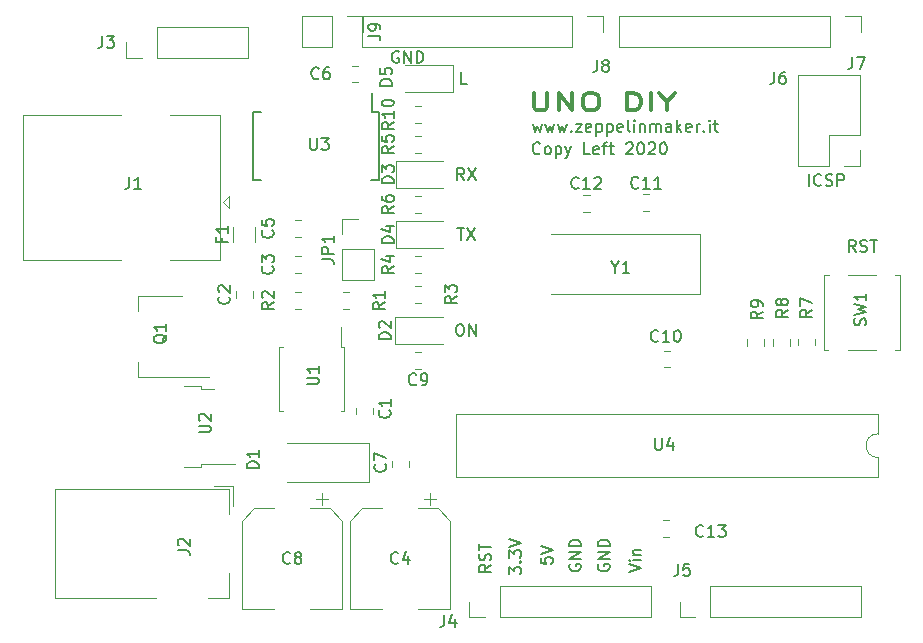
<source format=gbr>
G04 #@! TF.GenerationSoftware,KiCad,Pcbnew,(5.1.4-0-10_14)*
G04 #@! TF.CreationDate,2020-06-11T20:45:34+02:00*
G04 #@! TF.ProjectId,zArduino,7a417264-7569-46e6-9f2e-6b696361645f,rev?*
G04 #@! TF.SameCoordinates,Original*
G04 #@! TF.FileFunction,Legend,Top*
G04 #@! TF.FilePolarity,Positive*
%FSLAX46Y46*%
G04 Gerber Fmt 4.6, Leading zero omitted, Abs format (unit mm)*
G04 Created by KiCad (PCBNEW (5.1.4-0-10_14)) date 2020-06-11 20:45:34*
%MOMM*%
%LPD*%
G04 APERTURE LIST*
%ADD10C,0.150000*%
%ADD11C,0.375000*%
%ADD12C,0.120000*%
G04 APERTURE END LIST*
D10*
X156623428Y-86082142D02*
X156575809Y-86129761D01*
X156432952Y-86177380D01*
X156337714Y-86177380D01*
X156194857Y-86129761D01*
X156099619Y-86034523D01*
X156052000Y-85939285D01*
X156004380Y-85748809D01*
X156004380Y-85605952D01*
X156052000Y-85415476D01*
X156099619Y-85320238D01*
X156194857Y-85225000D01*
X156337714Y-85177380D01*
X156432952Y-85177380D01*
X156575809Y-85225000D01*
X156623428Y-85272619D01*
X157194857Y-86177380D02*
X157099619Y-86129761D01*
X157052000Y-86082142D01*
X157004380Y-85986904D01*
X157004380Y-85701190D01*
X157052000Y-85605952D01*
X157099619Y-85558333D01*
X157194857Y-85510714D01*
X157337714Y-85510714D01*
X157432952Y-85558333D01*
X157480571Y-85605952D01*
X157528190Y-85701190D01*
X157528190Y-85986904D01*
X157480571Y-86082142D01*
X157432952Y-86129761D01*
X157337714Y-86177380D01*
X157194857Y-86177380D01*
X157956761Y-85510714D02*
X157956761Y-86510714D01*
X157956761Y-85558333D02*
X158052000Y-85510714D01*
X158242476Y-85510714D01*
X158337714Y-85558333D01*
X158385333Y-85605952D01*
X158432952Y-85701190D01*
X158432952Y-85986904D01*
X158385333Y-86082142D01*
X158337714Y-86129761D01*
X158242476Y-86177380D01*
X158052000Y-86177380D01*
X157956761Y-86129761D01*
X158766285Y-85510714D02*
X159004380Y-86177380D01*
X159242476Y-85510714D02*
X159004380Y-86177380D01*
X158909142Y-86415476D01*
X158861523Y-86463095D01*
X158766285Y-86510714D01*
X160861523Y-86177380D02*
X160385333Y-86177380D01*
X160385333Y-85177380D01*
X161575809Y-86129761D02*
X161480571Y-86177380D01*
X161290095Y-86177380D01*
X161194857Y-86129761D01*
X161147238Y-86034523D01*
X161147238Y-85653571D01*
X161194857Y-85558333D01*
X161290095Y-85510714D01*
X161480571Y-85510714D01*
X161575809Y-85558333D01*
X161623428Y-85653571D01*
X161623428Y-85748809D01*
X161147238Y-85844047D01*
X161909142Y-85510714D02*
X162290095Y-85510714D01*
X162052000Y-86177380D02*
X162052000Y-85320238D01*
X162099619Y-85225000D01*
X162194857Y-85177380D01*
X162290095Y-85177380D01*
X162480571Y-85510714D02*
X162861523Y-85510714D01*
X162623428Y-85177380D02*
X162623428Y-86034523D01*
X162671047Y-86129761D01*
X162766285Y-86177380D01*
X162861523Y-86177380D01*
X163909142Y-85272619D02*
X163956761Y-85225000D01*
X164052000Y-85177380D01*
X164290095Y-85177380D01*
X164385333Y-85225000D01*
X164432952Y-85272619D01*
X164480571Y-85367857D01*
X164480571Y-85463095D01*
X164432952Y-85605952D01*
X163861523Y-86177380D01*
X164480571Y-86177380D01*
X165099619Y-85177380D02*
X165194857Y-85177380D01*
X165290095Y-85225000D01*
X165337714Y-85272619D01*
X165385333Y-85367857D01*
X165432952Y-85558333D01*
X165432952Y-85796428D01*
X165385333Y-85986904D01*
X165337714Y-86082142D01*
X165290095Y-86129761D01*
X165194857Y-86177380D01*
X165099619Y-86177380D01*
X165004380Y-86129761D01*
X164956761Y-86082142D01*
X164909142Y-85986904D01*
X164861523Y-85796428D01*
X164861523Y-85558333D01*
X164909142Y-85367857D01*
X164956761Y-85272619D01*
X165004380Y-85225000D01*
X165099619Y-85177380D01*
X165813904Y-85272619D02*
X165861523Y-85225000D01*
X165956761Y-85177380D01*
X166194857Y-85177380D01*
X166290095Y-85225000D01*
X166337714Y-85272619D01*
X166385333Y-85367857D01*
X166385333Y-85463095D01*
X166337714Y-85605952D01*
X165766285Y-86177380D01*
X166385333Y-86177380D01*
X167004380Y-85177380D02*
X167099619Y-85177380D01*
X167194857Y-85225000D01*
X167242476Y-85272619D01*
X167290095Y-85367857D01*
X167337714Y-85558333D01*
X167337714Y-85796428D01*
X167290095Y-85986904D01*
X167242476Y-86082142D01*
X167194857Y-86129761D01*
X167099619Y-86177380D01*
X167004380Y-86177380D01*
X166909142Y-86129761D01*
X166861523Y-86082142D01*
X166813904Y-85986904D01*
X166766285Y-85796428D01*
X166766285Y-85558333D01*
X166813904Y-85367857D01*
X166861523Y-85272619D01*
X166909142Y-85225000D01*
X167004380Y-85177380D01*
X156020476Y-83605714D02*
X156210952Y-84272380D01*
X156401428Y-83796190D01*
X156591904Y-84272380D01*
X156782380Y-83605714D01*
X157068095Y-83605714D02*
X157258571Y-84272380D01*
X157449047Y-83796190D01*
X157639523Y-84272380D01*
X157830000Y-83605714D01*
X158115714Y-83605714D02*
X158306190Y-84272380D01*
X158496666Y-83796190D01*
X158687142Y-84272380D01*
X158877619Y-83605714D01*
X159258571Y-84177142D02*
X159306190Y-84224761D01*
X159258571Y-84272380D01*
X159210952Y-84224761D01*
X159258571Y-84177142D01*
X159258571Y-84272380D01*
X159639523Y-83605714D02*
X160163333Y-83605714D01*
X159639523Y-84272380D01*
X160163333Y-84272380D01*
X160925238Y-84224761D02*
X160830000Y-84272380D01*
X160639523Y-84272380D01*
X160544285Y-84224761D01*
X160496666Y-84129523D01*
X160496666Y-83748571D01*
X160544285Y-83653333D01*
X160639523Y-83605714D01*
X160830000Y-83605714D01*
X160925238Y-83653333D01*
X160972857Y-83748571D01*
X160972857Y-83843809D01*
X160496666Y-83939047D01*
X161401428Y-83605714D02*
X161401428Y-84605714D01*
X161401428Y-83653333D02*
X161496666Y-83605714D01*
X161687142Y-83605714D01*
X161782380Y-83653333D01*
X161830000Y-83700952D01*
X161877619Y-83796190D01*
X161877619Y-84081904D01*
X161830000Y-84177142D01*
X161782380Y-84224761D01*
X161687142Y-84272380D01*
X161496666Y-84272380D01*
X161401428Y-84224761D01*
X162306190Y-83605714D02*
X162306190Y-84605714D01*
X162306190Y-83653333D02*
X162401428Y-83605714D01*
X162591904Y-83605714D01*
X162687142Y-83653333D01*
X162734761Y-83700952D01*
X162782380Y-83796190D01*
X162782380Y-84081904D01*
X162734761Y-84177142D01*
X162687142Y-84224761D01*
X162591904Y-84272380D01*
X162401428Y-84272380D01*
X162306190Y-84224761D01*
X163591904Y-84224761D02*
X163496666Y-84272380D01*
X163306190Y-84272380D01*
X163210952Y-84224761D01*
X163163333Y-84129523D01*
X163163333Y-83748571D01*
X163210952Y-83653333D01*
X163306190Y-83605714D01*
X163496666Y-83605714D01*
X163591904Y-83653333D01*
X163639523Y-83748571D01*
X163639523Y-83843809D01*
X163163333Y-83939047D01*
X164210952Y-84272380D02*
X164115714Y-84224761D01*
X164068095Y-84129523D01*
X164068095Y-83272380D01*
X164591904Y-84272380D02*
X164591904Y-83605714D01*
X164591904Y-83272380D02*
X164544285Y-83320000D01*
X164591904Y-83367619D01*
X164639523Y-83320000D01*
X164591904Y-83272380D01*
X164591904Y-83367619D01*
X165068095Y-83605714D02*
X165068095Y-84272380D01*
X165068095Y-83700952D02*
X165115714Y-83653333D01*
X165210952Y-83605714D01*
X165353809Y-83605714D01*
X165449047Y-83653333D01*
X165496666Y-83748571D01*
X165496666Y-84272380D01*
X165972857Y-84272380D02*
X165972857Y-83605714D01*
X165972857Y-83700952D02*
X166020476Y-83653333D01*
X166115714Y-83605714D01*
X166258571Y-83605714D01*
X166353809Y-83653333D01*
X166401428Y-83748571D01*
X166401428Y-84272380D01*
X166401428Y-83748571D02*
X166449047Y-83653333D01*
X166544285Y-83605714D01*
X166687142Y-83605714D01*
X166782380Y-83653333D01*
X166830000Y-83748571D01*
X166830000Y-84272380D01*
X167734761Y-84272380D02*
X167734761Y-83748571D01*
X167687142Y-83653333D01*
X167591904Y-83605714D01*
X167401428Y-83605714D01*
X167306190Y-83653333D01*
X167734761Y-84224761D02*
X167639523Y-84272380D01*
X167401428Y-84272380D01*
X167306190Y-84224761D01*
X167258571Y-84129523D01*
X167258571Y-84034285D01*
X167306190Y-83939047D01*
X167401428Y-83891428D01*
X167639523Y-83891428D01*
X167734761Y-83843809D01*
X168210952Y-84272380D02*
X168210952Y-83272380D01*
X168306190Y-83891428D02*
X168591904Y-84272380D01*
X168591904Y-83605714D02*
X168210952Y-83986666D01*
X169401428Y-84224761D02*
X169306190Y-84272380D01*
X169115714Y-84272380D01*
X169020476Y-84224761D01*
X168972857Y-84129523D01*
X168972857Y-83748571D01*
X169020476Y-83653333D01*
X169115714Y-83605714D01*
X169306190Y-83605714D01*
X169401428Y-83653333D01*
X169449047Y-83748571D01*
X169449047Y-83843809D01*
X168972857Y-83939047D01*
X169877619Y-84272380D02*
X169877619Y-83605714D01*
X169877619Y-83796190D02*
X169925238Y-83700952D01*
X169972857Y-83653333D01*
X170068095Y-83605714D01*
X170163333Y-83605714D01*
X170496666Y-84177142D02*
X170544285Y-84224761D01*
X170496666Y-84272380D01*
X170449047Y-84224761D01*
X170496666Y-84177142D01*
X170496666Y-84272380D01*
X170972857Y-84272380D02*
X170972857Y-83605714D01*
X170972857Y-83272380D02*
X170925238Y-83320000D01*
X170972857Y-83367619D01*
X171020476Y-83320000D01*
X170972857Y-83272380D01*
X170972857Y-83367619D01*
X171306190Y-83605714D02*
X171687142Y-83605714D01*
X171449047Y-83272380D02*
X171449047Y-84129523D01*
X171496666Y-84224761D01*
X171591904Y-84272380D01*
X171687142Y-84272380D01*
X144653095Y-77478000D02*
X144557857Y-77430380D01*
X144415000Y-77430380D01*
X144272142Y-77478000D01*
X144176904Y-77573238D01*
X144129285Y-77668476D01*
X144081666Y-77858952D01*
X144081666Y-78001809D01*
X144129285Y-78192285D01*
X144176904Y-78287523D01*
X144272142Y-78382761D01*
X144415000Y-78430380D01*
X144510238Y-78430380D01*
X144653095Y-78382761D01*
X144700714Y-78335142D01*
X144700714Y-78001809D01*
X144510238Y-78001809D01*
X145129285Y-78430380D02*
X145129285Y-77430380D01*
X145700714Y-78430380D01*
X145700714Y-77430380D01*
X146176904Y-78430380D02*
X146176904Y-77430380D01*
X146415000Y-77430380D01*
X146557857Y-77478000D01*
X146653095Y-77573238D01*
X146700714Y-77668476D01*
X146748333Y-77858952D01*
X146748333Y-78001809D01*
X146700714Y-78192285D01*
X146653095Y-78287523D01*
X146557857Y-78382761D01*
X146415000Y-78430380D01*
X146176904Y-78430380D01*
X152471380Y-120943619D02*
X151995190Y-121276952D01*
X152471380Y-121515047D02*
X151471380Y-121515047D01*
X151471380Y-121134095D01*
X151519000Y-121038857D01*
X151566619Y-120991238D01*
X151661857Y-120943619D01*
X151804714Y-120943619D01*
X151899952Y-120991238D01*
X151947571Y-121038857D01*
X151995190Y-121134095D01*
X151995190Y-121515047D01*
X152423761Y-120562666D02*
X152471380Y-120419809D01*
X152471380Y-120181714D01*
X152423761Y-120086476D01*
X152376142Y-120038857D01*
X152280904Y-119991238D01*
X152185666Y-119991238D01*
X152090428Y-120038857D01*
X152042809Y-120086476D01*
X151995190Y-120181714D01*
X151947571Y-120372190D01*
X151899952Y-120467428D01*
X151852333Y-120515047D01*
X151757095Y-120562666D01*
X151661857Y-120562666D01*
X151566619Y-120515047D01*
X151519000Y-120467428D01*
X151471380Y-120372190D01*
X151471380Y-120134095D01*
X151519000Y-119991238D01*
X151471380Y-119705523D02*
X151471380Y-119134095D01*
X152471380Y-119419809D02*
X151471380Y-119419809D01*
X164171380Y-121546809D02*
X165171380Y-121213476D01*
X164171380Y-120880142D01*
X165171380Y-120546809D02*
X164504714Y-120546809D01*
X164171380Y-120546809D02*
X164219000Y-120594428D01*
X164266619Y-120546809D01*
X164219000Y-120499190D01*
X164171380Y-120546809D01*
X164266619Y-120546809D01*
X164504714Y-120070619D02*
X165171380Y-120070619D01*
X164599952Y-120070619D02*
X164552333Y-120023000D01*
X164504714Y-119927761D01*
X164504714Y-119784904D01*
X164552333Y-119689666D01*
X164647571Y-119642047D01*
X165171380Y-119642047D01*
X154011380Y-121745190D02*
X154011380Y-121126142D01*
X154392333Y-121459476D01*
X154392333Y-121316619D01*
X154439952Y-121221380D01*
X154487571Y-121173761D01*
X154582809Y-121126142D01*
X154820904Y-121126142D01*
X154916142Y-121173761D01*
X154963761Y-121221380D01*
X155011380Y-121316619D01*
X155011380Y-121602333D01*
X154963761Y-121697571D01*
X154916142Y-121745190D01*
X154916142Y-120697571D02*
X154963761Y-120649952D01*
X155011380Y-120697571D01*
X154963761Y-120745190D01*
X154916142Y-120697571D01*
X155011380Y-120697571D01*
X154011380Y-120316619D02*
X154011380Y-119697571D01*
X154392333Y-120030904D01*
X154392333Y-119888047D01*
X154439952Y-119792809D01*
X154487571Y-119745190D01*
X154582809Y-119697571D01*
X154820904Y-119697571D01*
X154916142Y-119745190D01*
X154963761Y-119792809D01*
X155011380Y-119888047D01*
X155011380Y-120173761D01*
X154963761Y-120269000D01*
X154916142Y-120316619D01*
X154011380Y-119411857D02*
X155011380Y-119078523D01*
X154011380Y-118745190D01*
X156678380Y-120332476D02*
X156678380Y-120808666D01*
X157154571Y-120856285D01*
X157106952Y-120808666D01*
X157059333Y-120713428D01*
X157059333Y-120475333D01*
X157106952Y-120380095D01*
X157154571Y-120332476D01*
X157249809Y-120284857D01*
X157487904Y-120284857D01*
X157583142Y-120332476D01*
X157630761Y-120380095D01*
X157678380Y-120475333D01*
X157678380Y-120713428D01*
X157630761Y-120808666D01*
X157583142Y-120856285D01*
X156678380Y-119999142D02*
X157678380Y-119665809D01*
X156678380Y-119332476D01*
X161552000Y-120903904D02*
X161504380Y-120999142D01*
X161504380Y-121142000D01*
X161552000Y-121284857D01*
X161647238Y-121380095D01*
X161742476Y-121427714D01*
X161932952Y-121475333D01*
X162075809Y-121475333D01*
X162266285Y-121427714D01*
X162361523Y-121380095D01*
X162456761Y-121284857D01*
X162504380Y-121142000D01*
X162504380Y-121046761D01*
X162456761Y-120903904D01*
X162409142Y-120856285D01*
X162075809Y-120856285D01*
X162075809Y-121046761D01*
X162504380Y-120427714D02*
X161504380Y-120427714D01*
X162504380Y-119856285D01*
X161504380Y-119856285D01*
X162504380Y-119380095D02*
X161504380Y-119380095D01*
X161504380Y-119142000D01*
X161552000Y-118999142D01*
X161647238Y-118903904D01*
X161742476Y-118856285D01*
X161932952Y-118808666D01*
X162075809Y-118808666D01*
X162266285Y-118856285D01*
X162361523Y-118903904D01*
X162456761Y-118999142D01*
X162504380Y-119142000D01*
X162504380Y-119380095D01*
X159139000Y-120903904D02*
X159091380Y-120999142D01*
X159091380Y-121142000D01*
X159139000Y-121284857D01*
X159234238Y-121380095D01*
X159329476Y-121427714D01*
X159519952Y-121475333D01*
X159662809Y-121475333D01*
X159853285Y-121427714D01*
X159948523Y-121380095D01*
X160043761Y-121284857D01*
X160091380Y-121142000D01*
X160091380Y-121046761D01*
X160043761Y-120903904D01*
X159996142Y-120856285D01*
X159662809Y-120856285D01*
X159662809Y-121046761D01*
X160091380Y-120427714D02*
X159091380Y-120427714D01*
X160091380Y-119856285D01*
X159091380Y-119856285D01*
X160091380Y-119380095D02*
X159091380Y-119380095D01*
X159091380Y-119142000D01*
X159139000Y-118999142D01*
X159234238Y-118903904D01*
X159329476Y-118856285D01*
X159519952Y-118808666D01*
X159662809Y-118808666D01*
X159853285Y-118856285D01*
X159948523Y-118903904D01*
X160043761Y-118999142D01*
X160091380Y-119142000D01*
X160091380Y-119380095D01*
X183348380Y-94432380D02*
X183015047Y-93956190D01*
X182776952Y-94432380D02*
X182776952Y-93432380D01*
X183157904Y-93432380D01*
X183253142Y-93480000D01*
X183300761Y-93527619D01*
X183348380Y-93622857D01*
X183348380Y-93765714D01*
X183300761Y-93860952D01*
X183253142Y-93908571D01*
X183157904Y-93956190D01*
X182776952Y-93956190D01*
X183729333Y-94384761D02*
X183872190Y-94432380D01*
X184110285Y-94432380D01*
X184205523Y-94384761D01*
X184253142Y-94337142D01*
X184300761Y-94241904D01*
X184300761Y-94146666D01*
X184253142Y-94051428D01*
X184205523Y-94003809D01*
X184110285Y-93956190D01*
X183919809Y-93908571D01*
X183824571Y-93860952D01*
X183776952Y-93813333D01*
X183729333Y-93718095D01*
X183729333Y-93622857D01*
X183776952Y-93527619D01*
X183824571Y-93480000D01*
X183919809Y-93432380D01*
X184157904Y-93432380D01*
X184300761Y-93480000D01*
X184586476Y-93432380D02*
X185157904Y-93432380D01*
X184872190Y-94432380D02*
X184872190Y-93432380D01*
X149606095Y-92416380D02*
X150177523Y-92416380D01*
X149891809Y-93416380D02*
X149891809Y-92416380D01*
X150415619Y-92416380D02*
X151082285Y-93416380D01*
X151082285Y-92416380D02*
X150415619Y-93416380D01*
X150201333Y-88336380D02*
X149868000Y-87860190D01*
X149629904Y-88336380D02*
X149629904Y-87336380D01*
X150010857Y-87336380D01*
X150106095Y-87384000D01*
X150153714Y-87431619D01*
X150201333Y-87526857D01*
X150201333Y-87669714D01*
X150153714Y-87764952D01*
X150106095Y-87812571D01*
X150010857Y-87860190D01*
X149629904Y-87860190D01*
X150534666Y-87336380D02*
X151201333Y-88336380D01*
X151201333Y-87336380D02*
X150534666Y-88336380D01*
X150423523Y-80208380D02*
X149947333Y-80208380D01*
X149947333Y-79208380D01*
X149748952Y-100544380D02*
X149939428Y-100544380D01*
X150034666Y-100592000D01*
X150129904Y-100687238D01*
X150177523Y-100877714D01*
X150177523Y-101211047D01*
X150129904Y-101401523D01*
X150034666Y-101496761D01*
X149939428Y-101544380D01*
X149748952Y-101544380D01*
X149653714Y-101496761D01*
X149558476Y-101401523D01*
X149510857Y-101211047D01*
X149510857Y-100877714D01*
X149558476Y-100687238D01*
X149653714Y-100592000D01*
X149748952Y-100544380D01*
X150606095Y-101544380D02*
X150606095Y-100544380D01*
X151177523Y-101544380D01*
X151177523Y-100544380D01*
X179371809Y-88844380D02*
X179371809Y-87844380D01*
X180419428Y-88749142D02*
X180371809Y-88796761D01*
X180228952Y-88844380D01*
X180133714Y-88844380D01*
X179990857Y-88796761D01*
X179895619Y-88701523D01*
X179848000Y-88606285D01*
X179800380Y-88415809D01*
X179800380Y-88272952D01*
X179848000Y-88082476D01*
X179895619Y-87987238D01*
X179990857Y-87892000D01*
X180133714Y-87844380D01*
X180228952Y-87844380D01*
X180371809Y-87892000D01*
X180419428Y-87939619D01*
X180800380Y-88796761D02*
X180943238Y-88844380D01*
X181181333Y-88844380D01*
X181276571Y-88796761D01*
X181324190Y-88749142D01*
X181371809Y-88653904D01*
X181371809Y-88558666D01*
X181324190Y-88463428D01*
X181276571Y-88415809D01*
X181181333Y-88368190D01*
X180990857Y-88320571D01*
X180895619Y-88272952D01*
X180848000Y-88225333D01*
X180800380Y-88130095D01*
X180800380Y-88034857D01*
X180848000Y-87939619D01*
X180895619Y-87892000D01*
X180990857Y-87844380D01*
X181228952Y-87844380D01*
X181371809Y-87892000D01*
X181800380Y-88844380D02*
X181800380Y-87844380D01*
X182181333Y-87844380D01*
X182276571Y-87892000D01*
X182324190Y-87939619D01*
X182371809Y-88034857D01*
X182371809Y-88177714D01*
X182324190Y-88272952D01*
X182276571Y-88320571D01*
X182181333Y-88368190D01*
X181800380Y-88368190D01*
D11*
X156070904Y-80966571D02*
X156070904Y-82180857D01*
X156167666Y-82323714D01*
X156264428Y-82395142D01*
X156457952Y-82466571D01*
X156845000Y-82466571D01*
X157038523Y-82395142D01*
X157135285Y-82323714D01*
X157232047Y-82180857D01*
X157232047Y-80966571D01*
X158199666Y-82466571D02*
X158199666Y-80966571D01*
X159360809Y-82466571D01*
X159360809Y-80966571D01*
X160715476Y-80966571D02*
X161102523Y-80966571D01*
X161296047Y-81038000D01*
X161489571Y-81180857D01*
X161586333Y-81466571D01*
X161586333Y-81966571D01*
X161489571Y-82252285D01*
X161296047Y-82395142D01*
X161102523Y-82466571D01*
X160715476Y-82466571D01*
X160521952Y-82395142D01*
X160328428Y-82252285D01*
X160231666Y-81966571D01*
X160231666Y-81466571D01*
X160328428Y-81180857D01*
X160521952Y-81038000D01*
X160715476Y-80966571D01*
X164005380Y-82466571D02*
X164005380Y-80966571D01*
X164489190Y-80966571D01*
X164779476Y-81038000D01*
X164972999Y-81180857D01*
X165069761Y-81323714D01*
X165166523Y-81609428D01*
X165166523Y-81823714D01*
X165069761Y-82109428D01*
X164972999Y-82252285D01*
X164779476Y-82395142D01*
X164489190Y-82466571D01*
X164005380Y-82466571D01*
X166037380Y-82466571D02*
X166037380Y-80966571D01*
X167392047Y-81752285D02*
X167392047Y-82466571D01*
X166714714Y-80966571D02*
X167392047Y-81752285D01*
X168069380Y-80966571D01*
D12*
X183702000Y-79442000D02*
X178502000Y-79442000D01*
X183702000Y-84582000D02*
X183702000Y-79442000D01*
X178502000Y-87182000D02*
X178502000Y-79442000D01*
X183702000Y-84582000D02*
X181102000Y-84582000D01*
X181102000Y-84582000D02*
X181102000Y-87182000D01*
X181102000Y-87182000D02*
X178502000Y-87182000D01*
X183702000Y-85852000D02*
X183702000Y-87182000D01*
X183702000Y-87182000D02*
X182372000Y-87182000D01*
X142108000Y-113918000D02*
X142108000Y-110618000D01*
X142108000Y-110618000D02*
X135208000Y-110618000D01*
X142108000Y-113918000D02*
X135208000Y-113918000D01*
X183778200Y-74463600D02*
X183778200Y-75793600D01*
X182448200Y-74463600D02*
X183778200Y-74463600D01*
X181178200Y-74463600D02*
X181178200Y-77123600D01*
X181178200Y-77123600D02*
X163338200Y-77123600D01*
X181178200Y-74463600D02*
X163338200Y-74463600D01*
X163338200Y-74463600D02*
X163338200Y-77123600D01*
X141519600Y-74463600D02*
X141519600Y-77123600D01*
X159359600Y-74463600D02*
X141519600Y-74463600D01*
X159359600Y-77123600D02*
X141519600Y-77123600D01*
X159359600Y-74463600D02*
X159359600Y-77123600D01*
X160629600Y-74463600D02*
X161959600Y-74463600D01*
X161959600Y-74463600D02*
X161959600Y-75793600D01*
D10*
X142993000Y-82570600D02*
X142418000Y-82570600D01*
X142993000Y-88320600D02*
X142343000Y-88320600D01*
X132343000Y-88320600D02*
X132993000Y-88320600D01*
X132343000Y-82570600D02*
X132993000Y-82570600D01*
X142993000Y-82570600D02*
X142993000Y-88320600D01*
X132343000Y-82570600D02*
X132343000Y-88320600D01*
X142418000Y-82570600D02*
X142418000Y-80970600D01*
D12*
X142442000Y-108202252D02*
X142442000Y-107679748D01*
X141022000Y-108202252D02*
X141022000Y-107679748D01*
X132282000Y-98314252D02*
X132282000Y-97791748D01*
X130862000Y-98314252D02*
X130862000Y-97791748D01*
X136396252Y-94794000D02*
X135873748Y-94794000D01*
X136396252Y-96214000D02*
X135873748Y-96214000D01*
X135891748Y-91746000D02*
X136414252Y-91746000D01*
X135891748Y-93166000D02*
X136414252Y-93166000D01*
X140717748Y-78665000D02*
X141240252Y-78665000D01*
X140717748Y-80085000D02*
X141240252Y-80085000D01*
X145499000Y-112656252D02*
X145499000Y-112133748D01*
X144079000Y-112656252D02*
X144079000Y-112133748D01*
X146565252Y-104342000D02*
X146042748Y-104342000D01*
X146565252Y-102922000D02*
X146042748Y-102922000D01*
X167656252Y-104215000D02*
X167133748Y-104215000D01*
X167656252Y-102795000D02*
X167133748Y-102795000D01*
X165337748Y-89561600D02*
X165860252Y-89561600D01*
X165337748Y-90981600D02*
X165860252Y-90981600D01*
X160823652Y-89612400D02*
X160301148Y-89612400D01*
X160823652Y-91032400D02*
X160301148Y-91032400D01*
X167006748Y-117146000D02*
X167529252Y-117146000D01*
X167006748Y-118566000D02*
X167529252Y-118566000D01*
X144315500Y-102227000D02*
X148375500Y-102227000D01*
X144315500Y-99957000D02*
X144315500Y-102227000D01*
X148375500Y-99957000D02*
X144315500Y-99957000D01*
X148448500Y-86749000D02*
X144388500Y-86749000D01*
X144388500Y-86749000D02*
X144388500Y-89019000D01*
X144388500Y-89019000D02*
X148448500Y-89019000D01*
X148448500Y-91829000D02*
X144388500Y-91829000D01*
X144388500Y-91829000D02*
X144388500Y-94099000D01*
X144388500Y-94099000D02*
X148448500Y-94099000D01*
X149235500Y-78621000D02*
X145175500Y-78621000D01*
X149235500Y-80891000D02*
X149235500Y-78621000D01*
X145175500Y-80891000D02*
X149235500Y-80891000D01*
X125279800Y-95130800D02*
X129539800Y-95130800D01*
X129539800Y-95130800D02*
X129539800Y-82810800D01*
X129539800Y-82810800D02*
X125279800Y-82810800D01*
X121179800Y-95130800D02*
X112819800Y-95130800D01*
X112819800Y-95130800D02*
X112819800Y-82810800D01*
X112819800Y-82810800D02*
X121179800Y-82810800D01*
X129759800Y-90220800D02*
X130259800Y-90720800D01*
X130259800Y-90720800D02*
X130259800Y-89720800D01*
X130259800Y-89720800D02*
X129759800Y-90220800D01*
X131886000Y-78038000D02*
X131886000Y-75378000D01*
X124206000Y-78038000D02*
X131886000Y-78038000D01*
X124206000Y-75378000D02*
X131886000Y-75378000D01*
X124206000Y-78038000D02*
X124206000Y-75378000D01*
X122936000Y-78038000D02*
X121606000Y-78038000D01*
X121606000Y-78038000D02*
X121606000Y-76708000D01*
X165998200Y-125383600D02*
X165998200Y-122723600D01*
X153238200Y-125383600D02*
X165998200Y-125383600D01*
X153238200Y-122723600D02*
X165998200Y-122723600D01*
X153238200Y-125383600D02*
X153238200Y-122723600D01*
X151968200Y-125383600D02*
X150638200Y-125383600D01*
X150638200Y-125383600D02*
X150638200Y-124053600D01*
X168443600Y-125383600D02*
X168443600Y-124053600D01*
X169773600Y-125383600D02*
X168443600Y-125383600D01*
X171043600Y-125383600D02*
X171043600Y-122723600D01*
X171043600Y-122723600D02*
X183803600Y-122723600D01*
X171043600Y-125383600D02*
X183803600Y-125383600D01*
X183803600Y-125383600D02*
X183803600Y-122723600D01*
X139894000Y-96834000D02*
X142554000Y-96834000D01*
X139894000Y-94234000D02*
X139894000Y-96834000D01*
X142554000Y-94234000D02*
X142554000Y-96834000D01*
X139894000Y-94234000D02*
X142554000Y-94234000D01*
X139894000Y-92964000D02*
X139894000Y-91634000D01*
X139894000Y-91634000D02*
X141224000Y-91634000D01*
X122550000Y-98190000D02*
X122550000Y-99450000D01*
X122550000Y-105010000D02*
X122550000Y-103750000D01*
X126310000Y-98190000D02*
X122550000Y-98190000D01*
X128560000Y-105010000D02*
X122550000Y-105010000D01*
X140469252Y-97842000D02*
X139946748Y-97842000D01*
X140469252Y-99262000D02*
X139946748Y-99262000D01*
X136414252Y-99262000D02*
X135891748Y-99262000D01*
X136414252Y-97842000D02*
X135891748Y-97842000D01*
X146574252Y-97334000D02*
X146051748Y-97334000D01*
X146574252Y-98754000D02*
X146051748Y-98754000D01*
X146574252Y-96214000D02*
X146051748Y-96214000D01*
X146574252Y-94794000D02*
X146051748Y-94794000D01*
X146042748Y-84634000D02*
X146565252Y-84634000D01*
X146042748Y-86054000D02*
X146565252Y-86054000D01*
X146033748Y-91134000D02*
X146556252Y-91134000D01*
X146033748Y-89714000D02*
X146556252Y-89714000D01*
X179907000Y-102360252D02*
X179907000Y-101837748D01*
X178487000Y-102360252D02*
X178487000Y-101837748D01*
X176328000Y-101855748D02*
X176328000Y-102378252D01*
X177748000Y-101855748D02*
X177748000Y-102378252D01*
X175589000Y-101855748D02*
X175589000Y-102378252D01*
X174169000Y-101855748D02*
X174169000Y-102378252D01*
X146051748Y-82094000D02*
X146574252Y-82094000D01*
X146051748Y-83514000D02*
X146574252Y-83514000D01*
X181096000Y-96358000D02*
X180686000Y-96358000D01*
X180686000Y-96358000D02*
X180686000Y-102778000D01*
X180686000Y-102778000D02*
X180966000Y-102778000D01*
X182696000Y-102778000D02*
X185096000Y-102778000D01*
X186696000Y-102778000D02*
X187106000Y-102778000D01*
X187106000Y-102778000D02*
X187106000Y-96358000D01*
X187106000Y-96358000D02*
X186696000Y-96358000D01*
X185096000Y-96358000D02*
X182696000Y-96358000D01*
X134539500Y-105200000D02*
X134539500Y-107947500D01*
X134539500Y-107947500D02*
X134822000Y-107947500D01*
X134539500Y-105200000D02*
X134539500Y-102452500D01*
X134539500Y-102452500D02*
X134822000Y-102452500D01*
X140034500Y-105200000D02*
X140034500Y-107947500D01*
X140034500Y-107947500D02*
X139752000Y-107947500D01*
X140034500Y-105200000D02*
X140034500Y-102452500D01*
X140034500Y-102452500D02*
X139752000Y-102452500D01*
X139752000Y-102452500D02*
X139752000Y-100800000D01*
X185226000Y-111845600D02*
G75*
G02X185226000Y-109845600I0J1000000D01*
G01*
X185226000Y-109845600D02*
X185226000Y-108195600D01*
X185226000Y-108195600D02*
X149546000Y-108195600D01*
X149546000Y-108195600D02*
X149546000Y-113495600D01*
X149546000Y-113495600D02*
X185226000Y-113495600D01*
X185226000Y-113495600D02*
X185226000Y-111845600D01*
X157574400Y-98028600D02*
X170174400Y-98028600D01*
X170174400Y-98028600D02*
X170174400Y-92928600D01*
X170174400Y-92928600D02*
X157574400Y-92928600D01*
X130662000Y-93566064D02*
X130662000Y-92361936D01*
X132482000Y-93566064D02*
X132482000Y-92361936D01*
X136439600Y-74463600D02*
X136439600Y-77123600D01*
X139039600Y-74463600D02*
X136439600Y-74463600D01*
X139039600Y-77123600D02*
X136439600Y-77123600D01*
X139039600Y-74463600D02*
X139039600Y-77123600D01*
X140309600Y-74463600D02*
X141639600Y-74463600D01*
X141639600Y-74463600D02*
X141639600Y-75793600D01*
X124086000Y-123751400D02*
X115586000Y-123751400D01*
X115586000Y-123751400D02*
X115586000Y-114551400D01*
X115586000Y-114551400D02*
X130286000Y-114551400D01*
X130286000Y-121651400D02*
X130286000Y-123751400D01*
X130286000Y-123751400D02*
X128486000Y-123751400D01*
X130586000Y-115951400D02*
X130586000Y-114251400D01*
X130586000Y-114251400D02*
X128986000Y-114251400D01*
X130286000Y-114551400D02*
X130286000Y-116651400D01*
X126446000Y-112670000D02*
X127946000Y-112670000D01*
X127946000Y-112670000D02*
X127946000Y-112400000D01*
X127946000Y-112400000D02*
X130776000Y-112400000D01*
X126446000Y-105770000D02*
X127946000Y-105770000D01*
X127946000Y-105770000D02*
X127946000Y-106040000D01*
X127946000Y-106040000D02*
X129046000Y-106040000D01*
X140520000Y-124656000D02*
X143270000Y-124656000D01*
X149040000Y-124656000D02*
X146290000Y-124656000D01*
X149040000Y-117200437D02*
X149040000Y-124656000D01*
X140520000Y-117200437D02*
X140520000Y-124656000D01*
X141584437Y-116136000D02*
X143270000Y-116136000D01*
X147975563Y-116136000D02*
X146290000Y-116136000D01*
X147975563Y-116136000D02*
X149040000Y-117200437D01*
X141584437Y-116136000D02*
X140520000Y-117200437D01*
X147290000Y-114896000D02*
X147290000Y-115896000D01*
X147790000Y-115396000D02*
X146790000Y-115396000D01*
X138646000Y-115394000D02*
X137646000Y-115394000D01*
X138146000Y-114894000D02*
X138146000Y-115894000D01*
X132440437Y-116134000D02*
X131376000Y-117198437D01*
X138831563Y-116134000D02*
X139896000Y-117198437D01*
X138831563Y-116134000D02*
X137146000Y-116134000D01*
X132440437Y-116134000D02*
X134126000Y-116134000D01*
X131376000Y-117198437D02*
X131376000Y-124654000D01*
X139896000Y-117198437D02*
X139896000Y-124654000D01*
X139896000Y-124654000D02*
X137146000Y-124654000D01*
X131376000Y-124654000D02*
X134126000Y-124654000D01*
D10*
X176450666Y-79208380D02*
X176450666Y-79922666D01*
X176403047Y-80065523D01*
X176307809Y-80160761D01*
X176164952Y-80208380D01*
X176069714Y-80208380D01*
X177355428Y-79208380D02*
X177164952Y-79208380D01*
X177069714Y-79256000D01*
X177022095Y-79303619D01*
X176926857Y-79446476D01*
X176879238Y-79636952D01*
X176879238Y-80017904D01*
X176926857Y-80113142D01*
X176974476Y-80160761D01*
X177069714Y-80208380D01*
X177260190Y-80208380D01*
X177355428Y-80160761D01*
X177403047Y-80113142D01*
X177450666Y-80017904D01*
X177450666Y-79779809D01*
X177403047Y-79684571D01*
X177355428Y-79636952D01*
X177260190Y-79589333D01*
X177069714Y-79589333D01*
X176974476Y-79636952D01*
X176926857Y-79684571D01*
X176879238Y-79779809D01*
X132786380Y-112752095D02*
X131786380Y-112752095D01*
X131786380Y-112514000D01*
X131834000Y-112371142D01*
X131929238Y-112275904D01*
X132024476Y-112228285D01*
X132214952Y-112180666D01*
X132357809Y-112180666D01*
X132548285Y-112228285D01*
X132643523Y-112275904D01*
X132738761Y-112371142D01*
X132786380Y-112514000D01*
X132786380Y-112752095D01*
X132786380Y-111228285D02*
X132786380Y-111799714D01*
X132786380Y-111514000D02*
X131786380Y-111514000D01*
X131929238Y-111609238D01*
X132024476Y-111704476D01*
X132072095Y-111799714D01*
X183054666Y-77938380D02*
X183054666Y-78652666D01*
X183007047Y-78795523D01*
X182911809Y-78890761D01*
X182768952Y-78938380D01*
X182673714Y-78938380D01*
X183435619Y-77938380D02*
X184102285Y-77938380D01*
X183673714Y-78938380D01*
X161464666Y-78192380D02*
X161464666Y-78906666D01*
X161417047Y-79049523D01*
X161321809Y-79144761D01*
X161178952Y-79192380D01*
X161083714Y-79192380D01*
X162083714Y-78620952D02*
X161988476Y-78573333D01*
X161940857Y-78525714D01*
X161893238Y-78430476D01*
X161893238Y-78382857D01*
X161940857Y-78287619D01*
X161988476Y-78240000D01*
X162083714Y-78192380D01*
X162274190Y-78192380D01*
X162369428Y-78240000D01*
X162417047Y-78287619D01*
X162464666Y-78382857D01*
X162464666Y-78430476D01*
X162417047Y-78525714D01*
X162369428Y-78573333D01*
X162274190Y-78620952D01*
X162083714Y-78620952D01*
X161988476Y-78668571D01*
X161940857Y-78716190D01*
X161893238Y-78811428D01*
X161893238Y-79001904D01*
X161940857Y-79097142D01*
X161988476Y-79144761D01*
X162083714Y-79192380D01*
X162274190Y-79192380D01*
X162369428Y-79144761D01*
X162417047Y-79097142D01*
X162464666Y-79001904D01*
X162464666Y-78811428D01*
X162417047Y-78716190D01*
X162369428Y-78668571D01*
X162274190Y-78620952D01*
X137160095Y-84796380D02*
X137160095Y-85605904D01*
X137207714Y-85701142D01*
X137255333Y-85748761D01*
X137350571Y-85796380D01*
X137541047Y-85796380D01*
X137636285Y-85748761D01*
X137683904Y-85701142D01*
X137731523Y-85605904D01*
X137731523Y-84796380D01*
X138112476Y-84796380D02*
X138731523Y-84796380D01*
X138398190Y-85177333D01*
X138541047Y-85177333D01*
X138636285Y-85224952D01*
X138683904Y-85272571D01*
X138731523Y-85367809D01*
X138731523Y-85605904D01*
X138683904Y-85701142D01*
X138636285Y-85748761D01*
X138541047Y-85796380D01*
X138255333Y-85796380D01*
X138160095Y-85748761D01*
X138112476Y-85701142D01*
X143867142Y-107862666D02*
X143914761Y-107910285D01*
X143962380Y-108053142D01*
X143962380Y-108148380D01*
X143914761Y-108291238D01*
X143819523Y-108386476D01*
X143724285Y-108434095D01*
X143533809Y-108481714D01*
X143390952Y-108481714D01*
X143200476Y-108434095D01*
X143105238Y-108386476D01*
X143010000Y-108291238D01*
X142962380Y-108148380D01*
X142962380Y-108053142D01*
X143010000Y-107910285D01*
X143057619Y-107862666D01*
X143962380Y-106910285D02*
X143962380Y-107481714D01*
X143962380Y-107196000D02*
X142962380Y-107196000D01*
X143105238Y-107291238D01*
X143200476Y-107386476D01*
X143248095Y-107481714D01*
X130279142Y-98219666D02*
X130326761Y-98267285D01*
X130374380Y-98410142D01*
X130374380Y-98505380D01*
X130326761Y-98648238D01*
X130231523Y-98743476D01*
X130136285Y-98791095D01*
X129945809Y-98838714D01*
X129802952Y-98838714D01*
X129612476Y-98791095D01*
X129517238Y-98743476D01*
X129422000Y-98648238D01*
X129374380Y-98505380D01*
X129374380Y-98410142D01*
X129422000Y-98267285D01*
X129469619Y-98219666D01*
X129469619Y-97838714D02*
X129422000Y-97791095D01*
X129374380Y-97695857D01*
X129374380Y-97457761D01*
X129422000Y-97362523D01*
X129469619Y-97314904D01*
X129564857Y-97267285D01*
X129660095Y-97267285D01*
X129802952Y-97314904D01*
X130374380Y-97886333D01*
X130374380Y-97267285D01*
X133961142Y-95670666D02*
X134008761Y-95718285D01*
X134056380Y-95861142D01*
X134056380Y-95956380D01*
X134008761Y-96099238D01*
X133913523Y-96194476D01*
X133818285Y-96242095D01*
X133627809Y-96289714D01*
X133484952Y-96289714D01*
X133294476Y-96242095D01*
X133199238Y-96194476D01*
X133104000Y-96099238D01*
X133056380Y-95956380D01*
X133056380Y-95861142D01*
X133104000Y-95718285D01*
X133151619Y-95670666D01*
X133056380Y-95337333D02*
X133056380Y-94718285D01*
X133437333Y-95051619D01*
X133437333Y-94908761D01*
X133484952Y-94813523D01*
X133532571Y-94765904D01*
X133627809Y-94718285D01*
X133865904Y-94718285D01*
X133961142Y-94765904D01*
X134008761Y-94813523D01*
X134056380Y-94908761D01*
X134056380Y-95194476D01*
X134008761Y-95289714D01*
X133961142Y-95337333D01*
X133961142Y-92622666D02*
X134008761Y-92670285D01*
X134056380Y-92813142D01*
X134056380Y-92908380D01*
X134008761Y-93051238D01*
X133913523Y-93146476D01*
X133818285Y-93194095D01*
X133627809Y-93241714D01*
X133484952Y-93241714D01*
X133294476Y-93194095D01*
X133199238Y-93146476D01*
X133104000Y-93051238D01*
X133056380Y-92908380D01*
X133056380Y-92813142D01*
X133104000Y-92670285D01*
X133151619Y-92622666D01*
X133056380Y-91717904D02*
X133056380Y-92194095D01*
X133532571Y-92241714D01*
X133484952Y-92194095D01*
X133437333Y-92098857D01*
X133437333Y-91860761D01*
X133484952Y-91765523D01*
X133532571Y-91717904D01*
X133627809Y-91670285D01*
X133865904Y-91670285D01*
X133961142Y-91717904D01*
X134008761Y-91765523D01*
X134056380Y-91860761D01*
X134056380Y-92098857D01*
X134008761Y-92194095D01*
X133961142Y-92241714D01*
X137882333Y-79732142D02*
X137834714Y-79779761D01*
X137691857Y-79827380D01*
X137596619Y-79827380D01*
X137453761Y-79779761D01*
X137358523Y-79684523D01*
X137310904Y-79589285D01*
X137263285Y-79398809D01*
X137263285Y-79255952D01*
X137310904Y-79065476D01*
X137358523Y-78970238D01*
X137453761Y-78875000D01*
X137596619Y-78827380D01*
X137691857Y-78827380D01*
X137834714Y-78875000D01*
X137882333Y-78922619D01*
X138739476Y-78827380D02*
X138549000Y-78827380D01*
X138453761Y-78875000D01*
X138406142Y-78922619D01*
X138310904Y-79065476D01*
X138263285Y-79255952D01*
X138263285Y-79636904D01*
X138310904Y-79732142D01*
X138358523Y-79779761D01*
X138453761Y-79827380D01*
X138644238Y-79827380D01*
X138739476Y-79779761D01*
X138787095Y-79732142D01*
X138834714Y-79636904D01*
X138834714Y-79398809D01*
X138787095Y-79303571D01*
X138739476Y-79255952D01*
X138644238Y-79208333D01*
X138453761Y-79208333D01*
X138358523Y-79255952D01*
X138310904Y-79303571D01*
X138263285Y-79398809D01*
X143496142Y-112434666D02*
X143543761Y-112482285D01*
X143591380Y-112625142D01*
X143591380Y-112720380D01*
X143543761Y-112863238D01*
X143448523Y-112958476D01*
X143353285Y-113006095D01*
X143162809Y-113053714D01*
X143019952Y-113053714D01*
X142829476Y-113006095D01*
X142734238Y-112958476D01*
X142639000Y-112863238D01*
X142591380Y-112720380D01*
X142591380Y-112625142D01*
X142639000Y-112482285D01*
X142686619Y-112434666D01*
X142591380Y-112101333D02*
X142591380Y-111434666D01*
X143591380Y-111863238D01*
X146137333Y-105639142D02*
X146089714Y-105686761D01*
X145946857Y-105734380D01*
X145851619Y-105734380D01*
X145708761Y-105686761D01*
X145613523Y-105591523D01*
X145565904Y-105496285D01*
X145518285Y-105305809D01*
X145518285Y-105162952D01*
X145565904Y-104972476D01*
X145613523Y-104877238D01*
X145708761Y-104782000D01*
X145851619Y-104734380D01*
X145946857Y-104734380D01*
X146089714Y-104782000D01*
X146137333Y-104829619D01*
X146613523Y-105734380D02*
X146804000Y-105734380D01*
X146899238Y-105686761D01*
X146946857Y-105639142D01*
X147042095Y-105496285D01*
X147089714Y-105305809D01*
X147089714Y-104924857D01*
X147042095Y-104829619D01*
X146994476Y-104782000D01*
X146899238Y-104734380D01*
X146708761Y-104734380D01*
X146613523Y-104782000D01*
X146565904Y-104829619D01*
X146518285Y-104924857D01*
X146518285Y-105162952D01*
X146565904Y-105258190D01*
X146613523Y-105305809D01*
X146708761Y-105353428D01*
X146899238Y-105353428D01*
X146994476Y-105305809D01*
X147042095Y-105258190D01*
X147089714Y-105162952D01*
X166616142Y-101957142D02*
X166568523Y-102004761D01*
X166425666Y-102052380D01*
X166330428Y-102052380D01*
X166187571Y-102004761D01*
X166092333Y-101909523D01*
X166044714Y-101814285D01*
X165997095Y-101623809D01*
X165997095Y-101480952D01*
X166044714Y-101290476D01*
X166092333Y-101195238D01*
X166187571Y-101100000D01*
X166330428Y-101052380D01*
X166425666Y-101052380D01*
X166568523Y-101100000D01*
X166616142Y-101147619D01*
X167568523Y-102052380D02*
X166997095Y-102052380D01*
X167282809Y-102052380D02*
X167282809Y-101052380D01*
X167187571Y-101195238D01*
X167092333Y-101290476D01*
X166997095Y-101338095D01*
X168187571Y-101052380D02*
X168282809Y-101052380D01*
X168378047Y-101100000D01*
X168425666Y-101147619D01*
X168473285Y-101242857D01*
X168520904Y-101433333D01*
X168520904Y-101671428D01*
X168473285Y-101861904D01*
X168425666Y-101957142D01*
X168378047Y-102004761D01*
X168282809Y-102052380D01*
X168187571Y-102052380D01*
X168092333Y-102004761D01*
X168044714Y-101957142D01*
X167997095Y-101861904D01*
X167949476Y-101671428D01*
X167949476Y-101433333D01*
X167997095Y-101242857D01*
X168044714Y-101147619D01*
X168092333Y-101100000D01*
X168187571Y-101052380D01*
X164956142Y-88978742D02*
X164908523Y-89026361D01*
X164765666Y-89073980D01*
X164670428Y-89073980D01*
X164527571Y-89026361D01*
X164432333Y-88931123D01*
X164384714Y-88835885D01*
X164337095Y-88645409D01*
X164337095Y-88502552D01*
X164384714Y-88312076D01*
X164432333Y-88216838D01*
X164527571Y-88121600D01*
X164670428Y-88073980D01*
X164765666Y-88073980D01*
X164908523Y-88121600D01*
X164956142Y-88169219D01*
X165908523Y-89073980D02*
X165337095Y-89073980D01*
X165622809Y-89073980D02*
X165622809Y-88073980D01*
X165527571Y-88216838D01*
X165432333Y-88312076D01*
X165337095Y-88359695D01*
X166860904Y-89073980D02*
X166289476Y-89073980D01*
X166575190Y-89073980D02*
X166575190Y-88073980D01*
X166479952Y-88216838D01*
X166384714Y-88312076D01*
X166289476Y-88359695D01*
X159885142Y-89003142D02*
X159837523Y-89050761D01*
X159694666Y-89098380D01*
X159599428Y-89098380D01*
X159456571Y-89050761D01*
X159361333Y-88955523D01*
X159313714Y-88860285D01*
X159266095Y-88669809D01*
X159266095Y-88526952D01*
X159313714Y-88336476D01*
X159361333Y-88241238D01*
X159456571Y-88146000D01*
X159599428Y-88098380D01*
X159694666Y-88098380D01*
X159837523Y-88146000D01*
X159885142Y-88193619D01*
X160837523Y-89098380D02*
X160266095Y-89098380D01*
X160551809Y-89098380D02*
X160551809Y-88098380D01*
X160456571Y-88241238D01*
X160361333Y-88336476D01*
X160266095Y-88384095D01*
X161218476Y-88193619D02*
X161266095Y-88146000D01*
X161361333Y-88098380D01*
X161599428Y-88098380D01*
X161694666Y-88146000D01*
X161742285Y-88193619D01*
X161789904Y-88288857D01*
X161789904Y-88384095D01*
X161742285Y-88526952D01*
X161170857Y-89098380D01*
X161789904Y-89098380D01*
X170426142Y-118467142D02*
X170378523Y-118514761D01*
X170235666Y-118562380D01*
X170140428Y-118562380D01*
X169997571Y-118514761D01*
X169902333Y-118419523D01*
X169854714Y-118324285D01*
X169807095Y-118133809D01*
X169807095Y-117990952D01*
X169854714Y-117800476D01*
X169902333Y-117705238D01*
X169997571Y-117610000D01*
X170140428Y-117562380D01*
X170235666Y-117562380D01*
X170378523Y-117610000D01*
X170426142Y-117657619D01*
X171378523Y-118562380D02*
X170807095Y-118562380D01*
X171092809Y-118562380D02*
X171092809Y-117562380D01*
X170997571Y-117705238D01*
X170902333Y-117800476D01*
X170807095Y-117848095D01*
X171711857Y-117562380D02*
X172330904Y-117562380D01*
X171997571Y-117943333D01*
X172140428Y-117943333D01*
X172235666Y-117990952D01*
X172283285Y-118038571D01*
X172330904Y-118133809D01*
X172330904Y-118371904D01*
X172283285Y-118467142D01*
X172235666Y-118514761D01*
X172140428Y-118562380D01*
X171854714Y-118562380D01*
X171759476Y-118514761D01*
X171711857Y-118467142D01*
X143962380Y-101830095D02*
X142962380Y-101830095D01*
X142962380Y-101592000D01*
X143010000Y-101449142D01*
X143105238Y-101353904D01*
X143200476Y-101306285D01*
X143390952Y-101258666D01*
X143533809Y-101258666D01*
X143724285Y-101306285D01*
X143819523Y-101353904D01*
X143914761Y-101449142D01*
X143962380Y-101592000D01*
X143962380Y-101830095D01*
X143057619Y-100877714D02*
X143010000Y-100830095D01*
X142962380Y-100734857D01*
X142962380Y-100496761D01*
X143010000Y-100401523D01*
X143057619Y-100353904D01*
X143152857Y-100306285D01*
X143248095Y-100306285D01*
X143390952Y-100353904D01*
X143962380Y-100925333D01*
X143962380Y-100306285D01*
X144216380Y-88622095D02*
X143216380Y-88622095D01*
X143216380Y-88384000D01*
X143264000Y-88241142D01*
X143359238Y-88145904D01*
X143454476Y-88098285D01*
X143644952Y-88050666D01*
X143787809Y-88050666D01*
X143978285Y-88098285D01*
X144073523Y-88145904D01*
X144168761Y-88241142D01*
X144216380Y-88384000D01*
X144216380Y-88622095D01*
X143216380Y-87717333D02*
X143216380Y-87098285D01*
X143597333Y-87431619D01*
X143597333Y-87288761D01*
X143644952Y-87193523D01*
X143692571Y-87145904D01*
X143787809Y-87098285D01*
X144025904Y-87098285D01*
X144121142Y-87145904D01*
X144168761Y-87193523D01*
X144216380Y-87288761D01*
X144216380Y-87574476D01*
X144168761Y-87669714D01*
X144121142Y-87717333D01*
X144216380Y-93702095D02*
X143216380Y-93702095D01*
X143216380Y-93464000D01*
X143264000Y-93321142D01*
X143359238Y-93225904D01*
X143454476Y-93178285D01*
X143644952Y-93130666D01*
X143787809Y-93130666D01*
X143978285Y-93178285D01*
X144073523Y-93225904D01*
X144168761Y-93321142D01*
X144216380Y-93464000D01*
X144216380Y-93702095D01*
X143549714Y-92273523D02*
X144216380Y-92273523D01*
X143168761Y-92511619D02*
X143883047Y-92749714D01*
X143883047Y-92130666D01*
X144089380Y-80367095D02*
X143089380Y-80367095D01*
X143089380Y-80129000D01*
X143137000Y-79986142D01*
X143232238Y-79890904D01*
X143327476Y-79843285D01*
X143517952Y-79795666D01*
X143660809Y-79795666D01*
X143851285Y-79843285D01*
X143946523Y-79890904D01*
X144041761Y-79986142D01*
X144089380Y-80129000D01*
X144089380Y-80367095D01*
X143089380Y-78890904D02*
X143089380Y-79367095D01*
X143565571Y-79414714D01*
X143517952Y-79367095D01*
X143470333Y-79271857D01*
X143470333Y-79033761D01*
X143517952Y-78938523D01*
X143565571Y-78890904D01*
X143660809Y-78843285D01*
X143898904Y-78843285D01*
X143994142Y-78890904D01*
X144041761Y-78938523D01*
X144089380Y-79033761D01*
X144089380Y-79271857D01*
X144041761Y-79367095D01*
X143994142Y-79414714D01*
X121840666Y-88098380D02*
X121840666Y-88812666D01*
X121793047Y-88955523D01*
X121697809Y-89050761D01*
X121554952Y-89098380D01*
X121459714Y-89098380D01*
X122840666Y-89098380D02*
X122269238Y-89098380D01*
X122554952Y-89098380D02*
X122554952Y-88098380D01*
X122459714Y-88241238D01*
X122364476Y-88336476D01*
X122269238Y-88384095D01*
X119554666Y-76160380D02*
X119554666Y-76874666D01*
X119507047Y-77017523D01*
X119411809Y-77112761D01*
X119268952Y-77160380D01*
X119173714Y-77160380D01*
X119935619Y-76160380D02*
X120554666Y-76160380D01*
X120221333Y-76541333D01*
X120364190Y-76541333D01*
X120459428Y-76588952D01*
X120507047Y-76636571D01*
X120554666Y-76731809D01*
X120554666Y-76969904D01*
X120507047Y-77065142D01*
X120459428Y-77112761D01*
X120364190Y-77160380D01*
X120078476Y-77160380D01*
X119983238Y-77112761D01*
X119935619Y-77065142D01*
X148510666Y-125182380D02*
X148510666Y-125896666D01*
X148463047Y-126039523D01*
X148367809Y-126134761D01*
X148224952Y-126182380D01*
X148129714Y-126182380D01*
X149415428Y-125515714D02*
X149415428Y-126182380D01*
X149177333Y-125134761D02*
X148939238Y-125849047D01*
X149558285Y-125849047D01*
X168322666Y-120864380D02*
X168322666Y-121578666D01*
X168275047Y-121721523D01*
X168179809Y-121816761D01*
X168036952Y-121864380D01*
X167941714Y-121864380D01*
X169275047Y-120864380D02*
X168798857Y-120864380D01*
X168751238Y-121340571D01*
X168798857Y-121292952D01*
X168894095Y-121245333D01*
X169132190Y-121245333D01*
X169227428Y-121292952D01*
X169275047Y-121340571D01*
X169322666Y-121435809D01*
X169322666Y-121673904D01*
X169275047Y-121769142D01*
X169227428Y-121816761D01*
X169132190Y-121864380D01*
X168894095Y-121864380D01*
X168798857Y-121816761D01*
X168751238Y-121769142D01*
X138136380Y-95067333D02*
X138850666Y-95067333D01*
X138993523Y-95114952D01*
X139088761Y-95210190D01*
X139136380Y-95353047D01*
X139136380Y-95448285D01*
X139136380Y-94591142D02*
X138136380Y-94591142D01*
X138136380Y-94210190D01*
X138184000Y-94114952D01*
X138231619Y-94067333D01*
X138326857Y-94019714D01*
X138469714Y-94019714D01*
X138564952Y-94067333D01*
X138612571Y-94114952D01*
X138660190Y-94210190D01*
X138660190Y-94591142D01*
X139136380Y-93067333D02*
X139136380Y-93638761D01*
X139136380Y-93353047D02*
X138136380Y-93353047D01*
X138279238Y-93448285D01*
X138374476Y-93543523D01*
X138422095Y-93638761D01*
X125007619Y-101441238D02*
X124960000Y-101536476D01*
X124864761Y-101631714D01*
X124721904Y-101774571D01*
X124674285Y-101869809D01*
X124674285Y-101965047D01*
X124912380Y-101917428D02*
X124864761Y-102012666D01*
X124769523Y-102107904D01*
X124579047Y-102155523D01*
X124245714Y-102155523D01*
X124055238Y-102107904D01*
X123960000Y-102012666D01*
X123912380Y-101917428D01*
X123912380Y-101726952D01*
X123960000Y-101631714D01*
X124055238Y-101536476D01*
X124245714Y-101488857D01*
X124579047Y-101488857D01*
X124769523Y-101536476D01*
X124864761Y-101631714D01*
X124912380Y-101726952D01*
X124912380Y-101917428D01*
X124912380Y-100536476D02*
X124912380Y-101107904D01*
X124912380Y-100822190D02*
X123912380Y-100822190D01*
X124055238Y-100917428D01*
X124150476Y-101012666D01*
X124198095Y-101107904D01*
X143454380Y-98718666D02*
X142978190Y-99052000D01*
X143454380Y-99290095D02*
X142454380Y-99290095D01*
X142454380Y-98909142D01*
X142502000Y-98813904D01*
X142549619Y-98766285D01*
X142644857Y-98718666D01*
X142787714Y-98718666D01*
X142882952Y-98766285D01*
X142930571Y-98813904D01*
X142978190Y-98909142D01*
X142978190Y-99290095D01*
X143454380Y-97766285D02*
X143454380Y-98337714D01*
X143454380Y-98052000D02*
X142454380Y-98052000D01*
X142597238Y-98147238D01*
X142692476Y-98242476D01*
X142740095Y-98337714D01*
X134056380Y-98718666D02*
X133580190Y-99052000D01*
X134056380Y-99290095D02*
X133056380Y-99290095D01*
X133056380Y-98909142D01*
X133104000Y-98813904D01*
X133151619Y-98766285D01*
X133246857Y-98718666D01*
X133389714Y-98718666D01*
X133484952Y-98766285D01*
X133532571Y-98813904D01*
X133580190Y-98909142D01*
X133580190Y-99290095D01*
X133151619Y-98337714D02*
X133104000Y-98290095D01*
X133056380Y-98194857D01*
X133056380Y-97956761D01*
X133104000Y-97861523D01*
X133151619Y-97813904D01*
X133246857Y-97766285D01*
X133342095Y-97766285D01*
X133484952Y-97813904D01*
X134056380Y-98385333D01*
X134056380Y-97766285D01*
X149550380Y-98210666D02*
X149074190Y-98544000D01*
X149550380Y-98782095D02*
X148550380Y-98782095D01*
X148550380Y-98401142D01*
X148598000Y-98305904D01*
X148645619Y-98258285D01*
X148740857Y-98210666D01*
X148883714Y-98210666D01*
X148978952Y-98258285D01*
X149026571Y-98305904D01*
X149074190Y-98401142D01*
X149074190Y-98782095D01*
X148550380Y-97877333D02*
X148550380Y-97258285D01*
X148931333Y-97591619D01*
X148931333Y-97448761D01*
X148978952Y-97353523D01*
X149026571Y-97305904D01*
X149121809Y-97258285D01*
X149359904Y-97258285D01*
X149455142Y-97305904D01*
X149502761Y-97353523D01*
X149550380Y-97448761D01*
X149550380Y-97734476D01*
X149502761Y-97829714D01*
X149455142Y-97877333D01*
X144216380Y-95670666D02*
X143740190Y-96004000D01*
X144216380Y-96242095D02*
X143216380Y-96242095D01*
X143216380Y-95861142D01*
X143264000Y-95765904D01*
X143311619Y-95718285D01*
X143406857Y-95670666D01*
X143549714Y-95670666D01*
X143644952Y-95718285D01*
X143692571Y-95765904D01*
X143740190Y-95861142D01*
X143740190Y-96242095D01*
X143549714Y-94813523D02*
X144216380Y-94813523D01*
X143168761Y-95051619D02*
X143883047Y-95289714D01*
X143883047Y-94670666D01*
X144216380Y-85510666D02*
X143740190Y-85844000D01*
X144216380Y-86082095D02*
X143216380Y-86082095D01*
X143216380Y-85701142D01*
X143264000Y-85605904D01*
X143311619Y-85558285D01*
X143406857Y-85510666D01*
X143549714Y-85510666D01*
X143644952Y-85558285D01*
X143692571Y-85605904D01*
X143740190Y-85701142D01*
X143740190Y-86082095D01*
X143216380Y-84605904D02*
X143216380Y-85082095D01*
X143692571Y-85129714D01*
X143644952Y-85082095D01*
X143597333Y-84986857D01*
X143597333Y-84748761D01*
X143644952Y-84653523D01*
X143692571Y-84605904D01*
X143787809Y-84558285D01*
X144025904Y-84558285D01*
X144121142Y-84605904D01*
X144168761Y-84653523D01*
X144216380Y-84748761D01*
X144216380Y-84986857D01*
X144168761Y-85082095D01*
X144121142Y-85129714D01*
X144216380Y-90590666D02*
X143740190Y-90924000D01*
X144216380Y-91162095D02*
X143216380Y-91162095D01*
X143216380Y-90781142D01*
X143264000Y-90685904D01*
X143311619Y-90638285D01*
X143406857Y-90590666D01*
X143549714Y-90590666D01*
X143644952Y-90638285D01*
X143692571Y-90685904D01*
X143740190Y-90781142D01*
X143740190Y-91162095D01*
X143216380Y-89733523D02*
X143216380Y-89924000D01*
X143264000Y-90019238D01*
X143311619Y-90066857D01*
X143454476Y-90162095D01*
X143644952Y-90209714D01*
X144025904Y-90209714D01*
X144121142Y-90162095D01*
X144168761Y-90114476D01*
X144216380Y-90019238D01*
X144216380Y-89828761D01*
X144168761Y-89733523D01*
X144121142Y-89685904D01*
X144025904Y-89638285D01*
X143787809Y-89638285D01*
X143692571Y-89685904D01*
X143644952Y-89733523D01*
X143597333Y-89828761D01*
X143597333Y-90019238D01*
X143644952Y-90114476D01*
X143692571Y-90162095D01*
X143787809Y-90209714D01*
X179649380Y-99353666D02*
X179173190Y-99687000D01*
X179649380Y-99925095D02*
X178649380Y-99925095D01*
X178649380Y-99544142D01*
X178697000Y-99448904D01*
X178744619Y-99401285D01*
X178839857Y-99353666D01*
X178982714Y-99353666D01*
X179077952Y-99401285D01*
X179125571Y-99448904D01*
X179173190Y-99544142D01*
X179173190Y-99925095D01*
X178649380Y-99020333D02*
X178649380Y-98353666D01*
X179649380Y-98782238D01*
X177617380Y-99353666D02*
X177141190Y-99687000D01*
X177617380Y-99925095D02*
X176617380Y-99925095D01*
X176617380Y-99544142D01*
X176665000Y-99448904D01*
X176712619Y-99401285D01*
X176807857Y-99353666D01*
X176950714Y-99353666D01*
X177045952Y-99401285D01*
X177093571Y-99448904D01*
X177141190Y-99544142D01*
X177141190Y-99925095D01*
X177045952Y-98782238D02*
X176998333Y-98877476D01*
X176950714Y-98925095D01*
X176855476Y-98972714D01*
X176807857Y-98972714D01*
X176712619Y-98925095D01*
X176665000Y-98877476D01*
X176617380Y-98782238D01*
X176617380Y-98591761D01*
X176665000Y-98496523D01*
X176712619Y-98448904D01*
X176807857Y-98401285D01*
X176855476Y-98401285D01*
X176950714Y-98448904D01*
X176998333Y-98496523D01*
X177045952Y-98591761D01*
X177045952Y-98782238D01*
X177093571Y-98877476D01*
X177141190Y-98925095D01*
X177236428Y-98972714D01*
X177426904Y-98972714D01*
X177522142Y-98925095D01*
X177569761Y-98877476D01*
X177617380Y-98782238D01*
X177617380Y-98591761D01*
X177569761Y-98496523D01*
X177522142Y-98448904D01*
X177426904Y-98401285D01*
X177236428Y-98401285D01*
X177141190Y-98448904D01*
X177093571Y-98496523D01*
X177045952Y-98591761D01*
X175467380Y-99489666D02*
X174991190Y-99823000D01*
X175467380Y-100061095D02*
X174467380Y-100061095D01*
X174467380Y-99680142D01*
X174515000Y-99584904D01*
X174562619Y-99537285D01*
X174657857Y-99489666D01*
X174800714Y-99489666D01*
X174895952Y-99537285D01*
X174943571Y-99584904D01*
X174991190Y-99680142D01*
X174991190Y-100061095D01*
X175467380Y-99013476D02*
X175467380Y-98823000D01*
X175419761Y-98727761D01*
X175372142Y-98680142D01*
X175229285Y-98584904D01*
X175038809Y-98537285D01*
X174657857Y-98537285D01*
X174562619Y-98584904D01*
X174515000Y-98632523D01*
X174467380Y-98727761D01*
X174467380Y-98918238D01*
X174515000Y-99013476D01*
X174562619Y-99061095D01*
X174657857Y-99108714D01*
X174895952Y-99108714D01*
X174991190Y-99061095D01*
X175038809Y-99013476D01*
X175086428Y-98918238D01*
X175086428Y-98727761D01*
X175038809Y-98632523D01*
X174991190Y-98584904D01*
X174895952Y-98537285D01*
X144216380Y-83446857D02*
X143740190Y-83780190D01*
X144216380Y-84018285D02*
X143216380Y-84018285D01*
X143216380Y-83637333D01*
X143264000Y-83542095D01*
X143311619Y-83494476D01*
X143406857Y-83446857D01*
X143549714Y-83446857D01*
X143644952Y-83494476D01*
X143692571Y-83542095D01*
X143740190Y-83637333D01*
X143740190Y-84018285D01*
X144216380Y-82494476D02*
X144216380Y-83065904D01*
X144216380Y-82780190D02*
X143216380Y-82780190D01*
X143359238Y-82875428D01*
X143454476Y-82970666D01*
X143502095Y-83065904D01*
X143216380Y-81875428D02*
X143216380Y-81780190D01*
X143264000Y-81684952D01*
X143311619Y-81637333D01*
X143406857Y-81589714D01*
X143597333Y-81542095D01*
X143835428Y-81542095D01*
X144025904Y-81589714D01*
X144121142Y-81637333D01*
X144168761Y-81684952D01*
X144216380Y-81780190D01*
X144216380Y-81875428D01*
X144168761Y-81970666D01*
X144121142Y-82018285D01*
X144025904Y-82065904D01*
X143835428Y-82113523D01*
X143597333Y-82113523D01*
X143406857Y-82065904D01*
X143311619Y-82018285D01*
X143264000Y-81970666D01*
X143216380Y-81875428D01*
X184173761Y-100647333D02*
X184221380Y-100504476D01*
X184221380Y-100266380D01*
X184173761Y-100171142D01*
X184126142Y-100123523D01*
X184030904Y-100075904D01*
X183935666Y-100075904D01*
X183840428Y-100123523D01*
X183792809Y-100171142D01*
X183745190Y-100266380D01*
X183697571Y-100456857D01*
X183649952Y-100552095D01*
X183602333Y-100599714D01*
X183507095Y-100647333D01*
X183411857Y-100647333D01*
X183316619Y-100599714D01*
X183269000Y-100552095D01*
X183221380Y-100456857D01*
X183221380Y-100218761D01*
X183269000Y-100075904D01*
X183221380Y-99742571D02*
X184221380Y-99504476D01*
X183507095Y-99314000D01*
X184221380Y-99123523D01*
X183221380Y-98885428D01*
X184221380Y-97980666D02*
X184221380Y-98552095D01*
X184221380Y-98266380D02*
X183221380Y-98266380D01*
X183364238Y-98361619D01*
X183459476Y-98456857D01*
X183507095Y-98552095D01*
X136866380Y-105663904D02*
X137675904Y-105663904D01*
X137771142Y-105616285D01*
X137818761Y-105568666D01*
X137866380Y-105473428D01*
X137866380Y-105282952D01*
X137818761Y-105187714D01*
X137771142Y-105140095D01*
X137675904Y-105092476D01*
X136866380Y-105092476D01*
X137866380Y-104092476D02*
X137866380Y-104663904D01*
X137866380Y-104378190D02*
X136866380Y-104378190D01*
X137009238Y-104473428D01*
X137104476Y-104568666D01*
X137152095Y-104663904D01*
X166370095Y-110196380D02*
X166370095Y-111005904D01*
X166417714Y-111101142D01*
X166465333Y-111148761D01*
X166560571Y-111196380D01*
X166751047Y-111196380D01*
X166846285Y-111148761D01*
X166893904Y-111101142D01*
X166941523Y-111005904D01*
X166941523Y-110196380D01*
X167846285Y-110529714D02*
X167846285Y-111196380D01*
X167608190Y-110148761D02*
X167370095Y-110863047D01*
X167989142Y-110863047D01*
X162998209Y-95734190D02*
X162998209Y-96210380D01*
X162664876Y-95210380D02*
X162998209Y-95734190D01*
X163331542Y-95210380D01*
X164188685Y-96210380D02*
X163617257Y-96210380D01*
X163902971Y-96210380D02*
X163902971Y-95210380D01*
X163807733Y-95353238D01*
X163712495Y-95448476D01*
X163617257Y-95496095D01*
X129680571Y-93297333D02*
X129680571Y-93630666D01*
X130204380Y-93630666D02*
X129204380Y-93630666D01*
X129204380Y-93154476D01*
X130204380Y-92249714D02*
X130204380Y-92821142D01*
X130204380Y-92535428D02*
X129204380Y-92535428D01*
X129347238Y-92630666D01*
X129442476Y-92725904D01*
X129490095Y-92821142D01*
X142091980Y-76126933D02*
X142806266Y-76126933D01*
X142949123Y-76174552D01*
X143044361Y-76269790D01*
X143091980Y-76412647D01*
X143091980Y-76507885D01*
X143091980Y-75603123D02*
X143091980Y-75412647D01*
X143044361Y-75317409D01*
X142996742Y-75269790D01*
X142853885Y-75174552D01*
X142663409Y-75126933D01*
X142282457Y-75126933D01*
X142187219Y-75174552D01*
X142139600Y-75222171D01*
X142091980Y-75317409D01*
X142091980Y-75507885D01*
X142139600Y-75603123D01*
X142187219Y-75650742D01*
X142282457Y-75698361D01*
X142520552Y-75698361D01*
X142615790Y-75650742D01*
X142663409Y-75603123D01*
X142711028Y-75507885D01*
X142711028Y-75317409D01*
X142663409Y-75222171D01*
X142615790Y-75174552D01*
X142520552Y-75126933D01*
X125944380Y-119713333D02*
X126658666Y-119713333D01*
X126801523Y-119760952D01*
X126896761Y-119856190D01*
X126944380Y-119999047D01*
X126944380Y-120094285D01*
X126039619Y-119284761D02*
X125992000Y-119237142D01*
X125944380Y-119141904D01*
X125944380Y-118903809D01*
X125992000Y-118808571D01*
X126039619Y-118760952D01*
X126134857Y-118713333D01*
X126230095Y-118713333D01*
X126372952Y-118760952D01*
X126944380Y-119332380D01*
X126944380Y-118713333D01*
X127722380Y-109727904D02*
X128531904Y-109727904D01*
X128627142Y-109680285D01*
X128674761Y-109632666D01*
X128722380Y-109537428D01*
X128722380Y-109346952D01*
X128674761Y-109251714D01*
X128627142Y-109204095D01*
X128531904Y-109156476D01*
X127722380Y-109156476D01*
X127817619Y-108727904D02*
X127770000Y-108680285D01*
X127722380Y-108585047D01*
X127722380Y-108346952D01*
X127770000Y-108251714D01*
X127817619Y-108204095D01*
X127912857Y-108156476D01*
X128008095Y-108156476D01*
X128150952Y-108204095D01*
X128722380Y-108775523D01*
X128722380Y-108156476D01*
X144613333Y-120753142D02*
X144565714Y-120800761D01*
X144422857Y-120848380D01*
X144327619Y-120848380D01*
X144184761Y-120800761D01*
X144089523Y-120705523D01*
X144041904Y-120610285D01*
X143994285Y-120419809D01*
X143994285Y-120276952D01*
X144041904Y-120086476D01*
X144089523Y-119991238D01*
X144184761Y-119896000D01*
X144327619Y-119848380D01*
X144422857Y-119848380D01*
X144565714Y-119896000D01*
X144613333Y-119943619D01*
X145470476Y-120181714D02*
X145470476Y-120848380D01*
X145232380Y-119800761D02*
X144994285Y-120515047D01*
X145613333Y-120515047D01*
X135469333Y-120751142D02*
X135421714Y-120798761D01*
X135278857Y-120846380D01*
X135183619Y-120846380D01*
X135040761Y-120798761D01*
X134945523Y-120703523D01*
X134897904Y-120608285D01*
X134850285Y-120417809D01*
X134850285Y-120274952D01*
X134897904Y-120084476D01*
X134945523Y-119989238D01*
X135040761Y-119894000D01*
X135183619Y-119846380D01*
X135278857Y-119846380D01*
X135421714Y-119894000D01*
X135469333Y-119941619D01*
X136040761Y-120274952D02*
X135945523Y-120227333D01*
X135897904Y-120179714D01*
X135850285Y-120084476D01*
X135850285Y-120036857D01*
X135897904Y-119941619D01*
X135945523Y-119894000D01*
X136040761Y-119846380D01*
X136231238Y-119846380D01*
X136326476Y-119894000D01*
X136374095Y-119941619D01*
X136421714Y-120036857D01*
X136421714Y-120084476D01*
X136374095Y-120179714D01*
X136326476Y-120227333D01*
X136231238Y-120274952D01*
X136040761Y-120274952D01*
X135945523Y-120322571D01*
X135897904Y-120370190D01*
X135850285Y-120465428D01*
X135850285Y-120655904D01*
X135897904Y-120751142D01*
X135945523Y-120798761D01*
X136040761Y-120846380D01*
X136231238Y-120846380D01*
X136326476Y-120798761D01*
X136374095Y-120751142D01*
X136421714Y-120655904D01*
X136421714Y-120465428D01*
X136374095Y-120370190D01*
X136326476Y-120322571D01*
X136231238Y-120274952D01*
M02*

</source>
